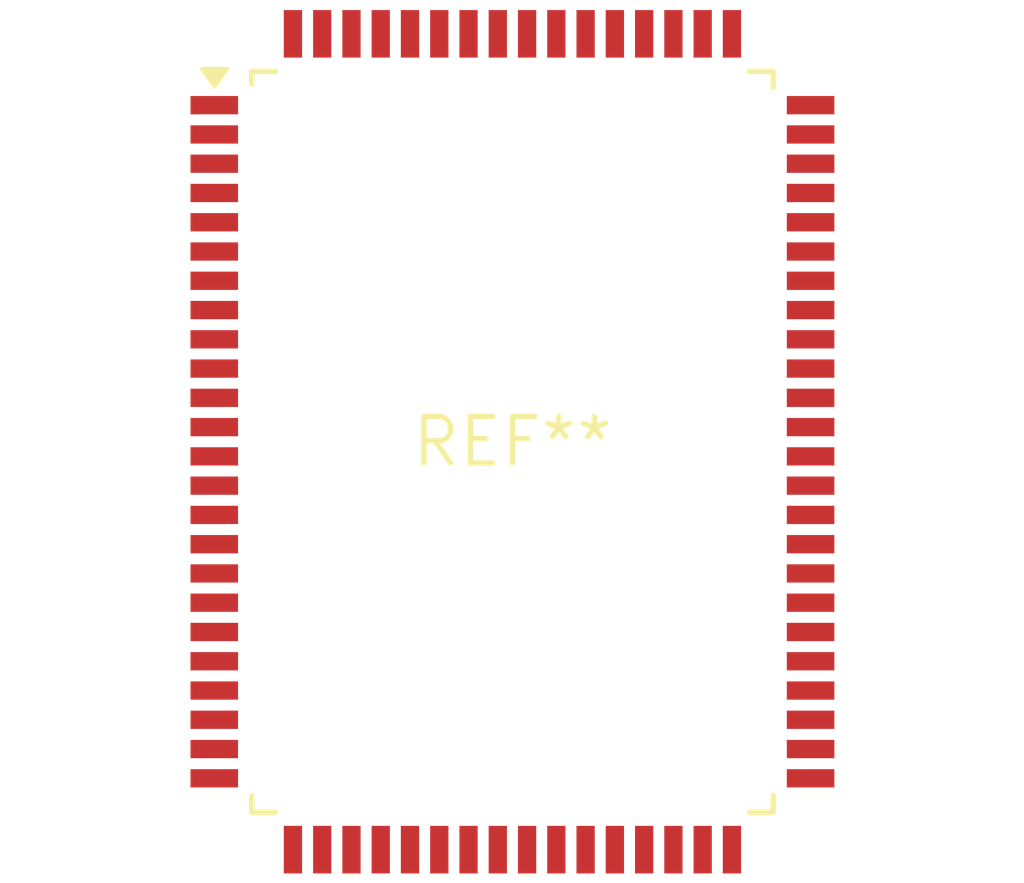
<source format=kicad_pcb>
(kicad_pcb (version 20240108) (generator pcbnew)
  (layers (0 "F.Cu" signal) (31 "B.Cu" signal) (34 "B.Paste" user) (35 "F.Paste" user) (36 "B.SilkS" user "B.Silkscreen") (37 "F.SilkS" user "F.Silkscreen") (38 "B.Mask" user) (39 "F.Mask" user) (44 "Edge.Cuts" user))
  (net 0 "")
  (footprint "PQFP-80_14x20mm_P0.8mm" (layer "F.Cu") (at 0 0)
    (property "Reference" "REF**")
    (property "Value" "PQFP-80_14x20mm_P0.8mm")
    (fp_line (start -7.125 -10.125) (end -7.125 -9.775) (layer "F.SilkS") (stroke (width 0.15)))
    (fp_line (start -7.125 -10.125) (end -6.475 -10.125) (layer "F.SilkS") (stroke (width 0.15)))
    (fp_line (start -7.125 10.125) (end -7.125 9.675) (layer "F.SilkS") (stroke (width 0.15)))
    (fp_line (start -7.125 10.125) (end -6.475 10.125) (layer "F.SilkS") (stroke (width 0.15)))
    (fp_line (start 7.125 -10.125) (end 6.475 -10.125) (layer "F.SilkS") (stroke (width 0.15)))
    (fp_line (start 7.125 -10.125) (end 7.125 -9.675) (layer "F.SilkS") (stroke (width 0.15)))
    (fp_line (start 7.125 10.125) (end 6.475 10.125) (layer "F.SilkS") (stroke (width 0.15)))
    (fp_line (start 7.125 10.125) (end 7.125 9.675) (layer "F.SilkS") (stroke (width 0.15)))
    (fp_poly (pts (xy -8.145 -9.72) (xy -8.485 -10.19) (xy -7.805 -10.19) (xy -8.145 -9.72)) (layer "F.SilkS") (stroke (width 0.12)) (fill solid))
    (pad "1" smd rect (at -8.15 -9.2) (size 1.3 0.5) (layers "F.Cu" "F.Paste" "F.Mask"))
    (pad "2" smd rect (at -8.15 -8.4) (size 1.3 0.5) (layers "F.Cu" "F.Paste" "F.Mask"))
    (pad "3" smd rect (at -8.15 -7.6) (size 1.3 0.5) (layers "F.Cu" "F.Paste" "F.Mask"))
    (pad "4" smd rect (at -8.15 -6.8) (size 1.3 0.5) (layers "F.Cu" "F.Paste" "F.Mask"))
    (pad "5" smd rect (at -8.15 -6) (size 1.3 0.5) (layers "F.Cu" "F.Paste" "F.Mask"))
    (pad "6" smd rect (at -8.15 -5.2) (size 1.3 0.5) (layers "F.Cu" "F.Paste" "F.Mask"))
    (pad "7" smd rect (at -8.15 -4.4) (size 1.3 0.5) (layers "F.Cu" "F.Paste" "F.Mask"))
    (pad "8" smd rect (at -8.15 -3.6) (size 1.3 0.5) (layers "F.Cu" "F.Paste" "F.Mask"))
    (pad "9" smd rect (at -8.15 -2.8) (size 1.3 0.5) (layers "F.Cu" "F.Paste" "F.Mask"))
    (pad "10" smd rect (at -8.15 -2) (size 1.3 0.5) (layers "F.Cu" "F.Paste" "F.Mask"))
    (pad "11" smd rect (at -8.15 -1.2) (size 1.3 0.5) (layers "F.Cu" "F.Paste" "F.Mask"))
    (pad "12" smd rect (at -8.15 -0.4) (size 1.3 0.5) (layers "F.Cu" "F.Paste" "F.Mask"))
    (pad "13" smd rect (at -8.15 0.4) (size 1.3 0.5) (layers "F.Cu" "F.Paste" "F.Mask"))
    (pad "14" smd rect (at -8.15 1.2) (size 1.3 0.5) (layers "F.Cu" "F.Paste" "F.Mask"))
    (pad "15" smd rect (at -8.15 2) (size 1.3 0.5) (layers "F.Cu" "F.Paste" "F.Mask"))
    (pad "16" smd rect (at -8.15 2.8) (size 1.3 0.5) (layers "F.Cu" "F.Paste" "F.Mask"))
    (pad "17" smd rect (at -8.15 3.6) (size 1.3 0.5) (layers "F.Cu" "F.Paste" "F.Mask"))
    (pad "18" smd rect (at -8.15 4.4) (size 1.3 0.5) (layers "F.Cu" "F.Paste" "F.Mask"))
    (pad "19" smd rect (at -8.15 5.2) (size 1.3 0.5) (layers "F.Cu" "F.Paste" "F.Mask"))
    (pad "20" smd rect (at -8.15 6) (size 1.3 0.5) (layers "F.Cu" "F.Paste" "F.Mask"))
    (pad "21" smd rect (at -8.15 6.8) (size 1.3 0.5) (layers "F.Cu" "F.Paste" "F.Mask"))
    (pad "22" smd rect (at -8.15 7.6) (size 1.3 0.5) (layers "F.Cu" "F.Paste" "F.Mask"))
    (pad "23" smd rect (at -8.15 8.4) (size 1.3 0.5) (layers "F.Cu" "F.Paste" "F.Mask"))
    (pad "24" smd rect (at -8.15 9.2) (size 1.3 0.5) (layers "F.Cu" "F.Paste" "F.Mask"))
    (pad "25" smd rect (at -6 11.15 90) (size 1.3 0.5) (layers "F.Cu" "F.Paste" "F.Mask"))
    (pad "26" smd rect (at -5.2 11.15 90) (size 1.3 0.5) (layers "F.Cu" "F.Paste" "F.Mask"))
    (pad "27" smd rect (at -4.4 11.15 90) (size 1.3 0.5) (layers "F.Cu" "F.Paste" "F.Mask"))
    (pad "28" smd rect (at -3.6 11.15 90) (size 1.3 0.5) (layers "F.Cu" "F.Paste" "F.Mask"))
    (pad "29" smd rect (at -2.8 11.15 90) (size 1.3 0.5) (layers "F.Cu" "F.Paste" "F.Mask"))
    (pad "30" smd rect (at -2 11.15 90) (size 1.3 0.5) (layers "F.Cu" "F.Paste" "F.Mask"))
    (pad "31" smd rect (at -1.2 11.15 90) (size 1.3 0.5) (layers "F.Cu" "F.Paste" "F.Mask"))
    (pad "32" smd rect (at -0.4 11.15 90) (size 1.3 0.5) (layers "F.Cu" "F.Paste" "F.Mask"))
    (pad "33" smd rect (at 0.4 11.15 90) (size 1.3 0.5) (layers "F.Cu" "F.Paste" "F.Mask"))
    (pad "34" smd rect (at 1.2 11.15 90) (size 1.3 0.5) (layers "F.Cu" "F.Paste" "F.Mask"))
    (pad "35" smd rect (at 2 11.15 90) (size 1.3 0.5) (layers "F.Cu" "F.Paste" "F.Mask"))
    (pad "36" smd rect (at 2.8 11.15 90) (size 1.3 0.5) (layers "F.Cu" "F.Paste" "F.Mask"))
    (pad "37" smd rect (at 3.6 11.15 90) (size 1.3 0.5) (layers "F.Cu" "F.Paste" "F.Mask"))
    (pad "38" smd rect (at 4.4 11.15 90) (size 1.3 0.5) (layers "F.Cu" "F.Paste" "F.Mask"))
    (pad "39" smd rect (at 5.2 11.15 90) (size 1.3 0.5) (layers "F.Cu" "F.Paste" "F.Mask"))
    (pad "40" smd rect (at 6 11.15 90) (size 1.3 0.5) (layers "F.Cu" "F.Paste" "F.Mask"))
    (pad "41" smd rect (at 8.15 9.2) (size 1.3 0.5) (layers "F.Cu" "F.Paste" "F.Mask"))
    (pad "42" smd rect (at 8.15 8.4) (size 1.3 0.5) (layers "F.Cu" "F.Paste" "F.Mask"))
    (pad "43" smd rect (at 8.15 7.6) (size 1.3 0.5) (layers "F.Cu" "F.Paste" "F.Mask"))
    (pad "44" smd rect (at 8.15 6.8) (size 1.3 0.5) (layers "F.Cu" "F.Paste" "F.Mask"))
    (pad "45" smd rect (at 8.15 6) (size 1.3 0.5) (layers "F.Cu" "F.Paste" "F.Mask"))
    (pad "46" smd rect (at 8.15 5.2) (size 1.3 0.5) (layers "F.Cu" "F.Paste" "F.Mask"))
    (pad "47" smd rect (at 8.15 4.4) (size 1.3 0.5) (layers "F.Cu" "F.Paste" "F.Mask"))
    (pad "48" smd rect (at 8.15 3.6) (size 1.3 0.5) (layers "F.Cu" "F.Paste" "F.Mask"))
    (pad "49" smd rect (at 8.15 2.8) (size 1.3 0.5) (layers "F.Cu" "F.Paste" "F.Mask"))
    (pad "50" smd rect (at 8.15 2) (size 1.3 0.5) (layers "F.Cu" "F.Paste" "F.Mask"))
    (pad "51" smd rect (at 8.15 1.2) (size 1.3 0.5) (layers "F.Cu" "F.Paste" "F.Mask"))
    (pad "52" smd rect (at 8.15 0.4) (size 1.3 0.5) (layers "F.Cu" "F.Paste" "F.Mask"))
    (pad "53" smd rect (at 8.15 -0.4) (size 1.3 0.5) (layers "F.Cu" "F.Paste" "F.Mask"))
    (pad "54" smd rect (at 8.15 -1.2) (size 1.3 0.5) (layers "F.Cu" "F.Paste" "F.Mask"))
    (pad "55" smd rect (at 8.15 -2) (size 1.3 0.5) (layers "F.Cu" "F.Paste" "F.Mask"))
    (pad "56" smd rect (at 8.15 -2.8) (size 1.3 0.5) (layers "F.Cu" "F.Paste" "F.Mask"))
    (pad "57" smd rect (at 8.15 -3.6) (size 1.3 0.5) (layers "F.Cu" "F.Paste" "F.Mask"))
    (pad "58" smd rect (at 8.15 -4.4) (size 1.3 0.5) (layers "F.Cu" "F.Paste" "F.Mask"))
    (pad "59" smd rect (at 8.15 -5.2) (size 1.3 0.5) (layers "F.Cu" "F.Paste" "F.Mask"))
    (pad "60" smd rect (at 8.15 -6) (size 1.3 0.5) (layers "F.Cu" "F.Paste" "F.Mask"))
    (pad "61" smd rect (at 8.15 -6.8) (size 1.3 0.5) (layers "F.Cu" "F.Paste" "F.Mask"))
    (pad "62" smd rect (at 8.15 -7.6) (size 1.3 0.5) (layers "F.Cu" "F.Paste" "F.Mask"))
    (pad "63" smd rect (at 8.15 -8.4) (size 1.3 0.5) (layers "F.Cu" "F.Paste" "F.Mask"))
    (pad "64" smd rect (at 8.15 -9.2) (size 1.3 0.5) (layers "F.Cu" "F.Paste" "F.Mask"))
    (pad "65" smd rect (at 6 -11.15 90) (size 1.3 0.5) (layers "F.Cu" "F.Paste" "F.Mask"))
    (pad "66" smd rect (at 5.2 -11.15 90) (size 1.3 0.5) (layers "F.Cu" "F.Paste" "F.Mask"))
    (pad "67" smd rect (at 4.4 -11.15 90) (size 1.3 0.5) (layers "F.Cu" "F.Paste" "F.Mask"))
    (pad "68" smd rect (at 3.6 -11.15 90) (size 1.3 0.5) (layers "F.Cu" "F.Paste" "F.Mask"))
    (pad "69" smd rect (at 2.8 -11.15 90) (size 1.3 0.5) (layers "F.Cu" "F.Paste" "F.Mask"))
    (pad "70" smd rect (at 2 -11.15 90) (size 1.3 0.5) (layers "F.Cu" "F.Paste" "F.Mask"))
    (pad "71" smd rect (at 1.2 -11.15 90) (size 1.3 0.5) (layers "F.Cu" "F.Paste" "F.Mask"))
    (pad "72" smd rect (at 0.4 -11.15 90) (size 1.3 0.5) (layers "F.Cu" "F.Paste" "F.Mask"))
    (pad "73" smd rect (at -0.4 -11.15 90) (size 1.3 0.5) (layers "F.Cu" "F.Paste" "F.Mask"))
    (pad "74" smd rect (at -1.2 -11.15 90) (size 1.3 0.5) (layers "F.Cu" "F.Paste" "F.Mask"))
    (pad "75" smd rect (at -2 -11.15 90) (size 1.3 0.5) (layers "F.Cu" "F.Paste" "F.Mask"))
    (pad "76" smd rect (at -2.8 -11.15 90) (size 1.3 0.5) (layers "F.Cu" "F.Paste" "F.Mask"))
    (pad "77" smd rect (at -3.6 -11.15 90) (size 1.3 0.5) (layers "F.Cu" "F.Paste" "F.Mask"))
    (pad "78" smd rect (at -4.4 -11.15 90) (size 1.3 0.5) (layers "F.Cu" "F.Paste" "F.Mask"))
    (pad "79" smd rect (at -5.2 -11.15 90) (size 1.3 0.5) (layers "F.Cu" "F.Paste" "F.Mask"))
    (pad "80" smd rect (at -6 -11.15 90) (size 1.3 0.5) (layers "F.Cu" "F.Paste" "F.Mask"))
  )
)
</source>
